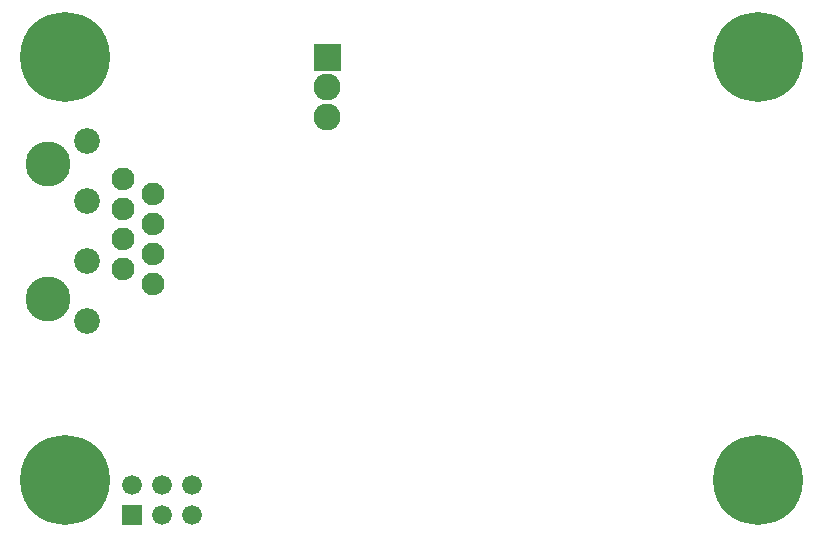
<source format=gbr>
G04 start of page 7 for group -4062 idx -4062 *
G04 Title: (unknown), soldermask *
G04 Creator: pcb 20110918 *
G04 CreationDate: Mon 23 Feb 2015 09:14:10 PM GMT UTC *
G04 For: railfan *
G04 Format: Gerber/RS-274X *
G04 PCB-Dimensions: 265000 175000 *
G04 PCB-Coordinate-Origin: lower left *
%MOIN*%
%FSLAX25Y25*%
%LNBOTTOMMASK*%
%ADD94C,0.1500*%
%ADD93C,0.0760*%
%ADD92C,0.0860*%
%ADD91C,0.0660*%
%ADD90C,0.2997*%
%ADD89C,0.0001*%
%ADD88C,0.0900*%
G54D88*X104500Y138000D03*
Y148000D03*
G54D89*G36*
X100000Y162500D02*Y153500D01*
X109000D01*
Y162500D01*
X100000D01*
G37*
G54D90*X17000Y158000D03*
X248000Y17000D03*
Y158000D03*
G54D89*G36*
X36200Y8800D02*Y2200D01*
X42800D01*
Y8800D01*
X36200D01*
G37*
G54D91*X49500Y5500D03*
X59500D03*
Y15500D03*
G54D90*X17000Y17000D03*
G54D91*X39500Y15500D03*
X49500D03*
G54D92*X24500Y130000D03*
G54D93*X36500Y117500D03*
G54D94*X11500Y122500D03*
G54D92*X24500Y90000D03*
Y70000D03*
G54D94*X11500Y77500D03*
G54D92*X24500Y110000D03*
G54D93*X46500Y112500D03*
X36500Y107500D03*
X46500Y102500D03*
X36500Y97500D03*
X46500Y92500D03*
X36500Y87500D03*
X46500Y82500D03*
M02*

</source>
